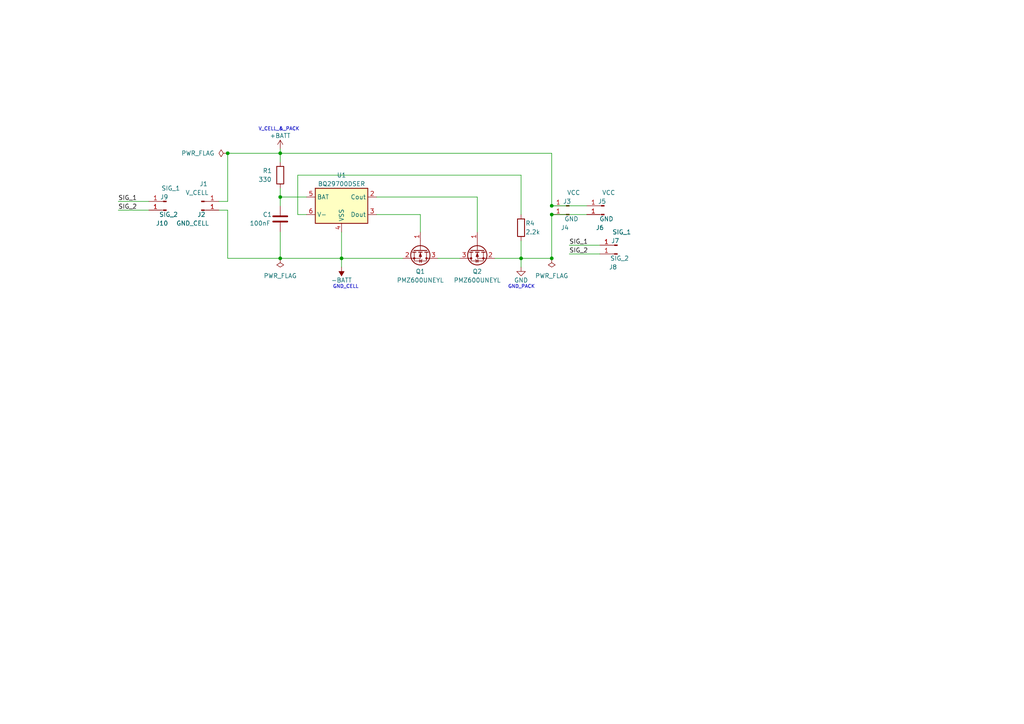
<source format=kicad_sch>
(kicad_sch (version 20230121) (generator eeschema)
  (paper "A4")
  (lib_symbols
    (symbol "Battery_Management:BQ297xy"
      (property "Reference" "U" (at -6.35 6.35 0))
      (property "Value" "BQ297xy" (at 5.08 -6.35 0))
      (symbol "BQ297xy_0_1"
        (rectangle (start -7.62 5.08) (end 7.62 -5.08) (stroke (width 0.254)) (fill (type background)))
      )
      (symbol "BQ297xy_1_1"
        (pin no_connect line (at 7.62 0 180) (length 2.54) hide (name "NC") (number "1"))
        (pin output line (at 10.16 2.54 180) (length 2.54) (name "Cout") (number "2"))
        (pin output line (at 10.16 -2.54 180) (length 2.54) (name "Dout") (number "3"))
        (pin power_in line (at 0 -7.62 90) (length 2.54) (name "VSS") (number "4"))
        (pin input line (at -10.16 2.54 0) (length 2.54) (name "BAT") (number "5"))
        (pin input line (at -10.16 -2.54 0) (length 2.54) (name "V-") (number "6"))
      )
    )
    (symbol "Connector:Conn_01x01_Pin" (pin_names (offset 1.016) hide)
      (property "Reference" "J" (at 0 2.54 0))
      (property "Value" "Conn_01x01_Pin" (at 0 -2.54 0))
      (symbol "Conn_01x01_Pin_1_1"
        (polyline (pts (xy 1.27 0) (xy 0.8636 0)) (stroke (width 0.1524)))
        (rectangle (start 0.8636 0.127) (end 0 -0.127) (stroke (width 0.1524)) (fill (type outline)))
        (pin passive line (at 5.08 0 180) (length 3.81) (name "Pin_1") (number "1"))
      )
    )
    (symbol "Device:C" (pin_numbers hide) (pin_names (offset 0.254))
      (property "Reference" "C" (at 0.635 2.54 0))
      (property "Value" "C" (at 0.635 -2.54 0))
      (symbol "C_0_1"
        (polyline (pts (xy -2.032 -0.762) (xy 2.032 -0.762)) (stroke (width 0.508)))
        (polyline (pts (xy -2.032 0.762) (xy 2.032 0.762)) (stroke (width 0.508)))
      )
      (symbol "C_1_1"
        (pin passive line (at 0 3.81 270) (length 2.794) (name "~") (number "1"))
        (pin passive line (at 0 -3.81 90) (length 2.794) (name "~") (number "2"))
      )
    )
    (symbol "Device:Q_NMOS_GSD" (pin_names (offset 0) hide)
      (property "Reference" "Q" (at 5.08 1.27 0))
      (property "Value" "Q_NMOS_GSD" (at 5.08 -1.27 0))
      (symbol "Q_NMOS_GSD_0_1"
        (polyline (pts (xy 0.254 0) (xy -2.54 0)))
        (polyline (pts (xy 0.254 1.905) (xy 0.254 -1.905)) (stroke (width 0.254)))
        (polyline (pts (xy 0.762 -1.27) (xy 0.762 -2.286)) (stroke (width 0.254)))
        (polyline (pts (xy 0.762 0.508) (xy 0.762 -0.508)) (stroke (width 0.254)))
        (polyline (pts (xy 0.762 2.286) (xy 0.762 1.27)) (stroke (width 0.254)))
        (polyline (pts (xy 2.54 2.54) (xy 2.54 1.778)))
        (polyline (pts (xy 2.54 -2.54) (xy 2.54 0) (xy 0.762 0)))
        (polyline (pts (xy 0.762 -1.778) (xy 3.302 -1.778) (xy 3.302 1.778) (xy 0.762 1.778)))
        (polyline (pts (xy 1.016 0) (xy 2.032 0.381) (xy 2.032 -0.381) (xy 1.016 0)) (fill (type outline)))
        (polyline (pts (xy 2.794 0.508) (xy 2.921 0.381) (xy 3.683 0.381) (xy 3.81 0.254)))
        (polyline (pts (xy 3.302 0.381) (xy 2.921 -0.254) (xy 3.683 -0.254) (xy 3.302 0.381)))
        (circle (center 1.651 0) (radius 2.794) (stroke (width 0.254)))
        (circle (center 2.54 -1.778) (radius 0.254) (fill (type outline)))
        (circle (center 2.54 1.778) (radius 0.254) (fill (type outline)))
      )
      (symbol "Q_NMOS_GSD_1_1"
        (pin input line (at -5.08 0 0) (length 2.54) (name "G") (number "1"))
        (pin passive line (at 2.54 -5.08 90) (length 2.54) (name "S") (number "2"))
        (pin passive line (at 2.54 5.08 270) (length 2.54) (name "D") (number "3"))
      )
    )
    (symbol "Device:R" (pin_numbers hide) (pin_names (offset 0))
      (property "Reference" "R" (at 2.032 0 90))
      (property "Value" "R" (at 0 0 90))
      (symbol "R_0_1"
        (rectangle (start -1.016 -2.54) (end 1.016 2.54) (stroke (width 0.254)))
      )
      (symbol "R_1_1"
        (pin passive line (at 0 3.81 270) (length 1.27) (name "~") (number "1"))
        (pin passive line (at 0 -3.81 90) (length 1.27) (name "~") (number "2"))
      )
    )
    (symbol "power:+BATT" (power) (pin_names (offset 0))
      (property "Value" "+BATT" (at 0 3.556 0))
      (symbol "+BATT_0_1"
        (polyline (pts (xy -0.762 1.27) (xy 0 2.54)))
        (polyline (pts (xy 0 0) (xy 0 2.54)))
        (polyline (pts (xy 0 2.54) (xy 0.762 1.27)))
      )
      (symbol "+BATT_1_1"
        (pin power_in line (at 0 0 90) (length 0) hide (name "+BATT") (number "1"))
      )
    )
    (symbol "power:-BATT" (power) (pin_names (offset 0))
      (property "Value" "-BATT" (at 0 3.556 0))
      (symbol "-BATT_0_1"
        (polyline (pts (xy 0 0) (xy 0 2.54)))
        (polyline (pts (xy 0.762 1.27) (xy -0.762 1.27) (xy 0 2.54) (xy 0.762 1.27)) (fill (type outline)))
      )
      (symbol "-BATT_1_1"
        (pin power_in line (at 0 0 90) (length 0) hide (name "-BATT") (number "1"))
      )
    )
    (symbol "power:GND" (power) (pin_names (offset 0))
      (property "Value" "GND" (at 0 -3.81 0))
      (symbol "GND_0_1"
        (polyline (pts (xy 0 0) (xy 0 -1.27) (xy 1.27 -1.27) (xy 0 -2.54) (xy -1.27 -1.27) (xy 0 -1.27)))
      )
      (symbol "GND_1_1"
        (pin power_in line (at 0 0 270) (length 0) hide (name "GND") (number "1"))
      )
    )
    (symbol "power:PWR_FLAG" (power) (pin_numbers hide) (pin_names (offset 0) hide)
      (property "Value" "PWR_FLAG" (at 0 3.81 0))
      (symbol "PWR_FLAG_0_0"
        (pin power_out line (at 0 0 90) (length 0) (name "pwr") (number "1"))
      )
      (symbol "PWR_FLAG_0_1"
        (polyline (pts (xy 0 0) (xy 0 1.27) (xy -1.016 1.905) (xy 0 2.54) (xy 1.016 1.905) (xy 0 1.27)))
      )
    )
  )
  (junction (at 66.04 44.45))
  (junction (at 160.02 59.69))
  (junction (at 81.28 44.45))
  (junction (at 81.28 57.15))
  (junction (at 81.28 74.93))
  (junction (at 160.02 74.93))
  (junction (at 99.06 74.93))
  (junction (at 151.13 74.93))
  (junction (at 160.02 62.23))
  (wire (pts (xy 34.29 58.42) (xy 43.18 58.42)))
  (wire (pts (xy 160.02 44.45) (xy 160.02 59.69)))
  (wire (pts (xy 81.28 57.15) (xy 88.9 57.15)))
  (wire (pts (xy 81.28 44.45) (xy 160.02 44.45)))
  (wire (pts (xy 63.5 60.96) (xy 66.04 60.96)))
  (wire (pts (xy 127 74.93) (xy 133.35 74.93)))
  (wire (pts (xy 109.22 57.15) (xy 138.43 57.15)))
  (wire (pts (xy 99.06 74.93) (xy 116.84 74.93)))
  (wire (pts (xy 160.02 62.23) (xy 170.18 62.23)))
  (wire (pts (xy 165.1 71.12) (xy 173.99 71.12)))
  (wire (pts (xy 86.36 62.23) (xy 86.36 50.8)))
  (wire (pts (xy 66.04 58.42) (xy 66.04 44.45)))
  (wire (pts (xy 81.28 54.61) (xy 81.28 57.15)))
  (wire (pts (xy 63.5 58.42) (xy 66.04 58.42)))
  (wire (pts (xy 151.13 74.93) (xy 151.13 77.47)))
  (wire (pts (xy 151.13 74.93) (xy 151.13 69.85)))
  (wire (pts (xy 151.13 50.8) (xy 151.13 62.23)))
  (wire (pts (xy 160.02 59.69) (xy 170.18 59.69)))
  (wire (pts (xy 138.43 57.15) (xy 138.43 67.31)))
  (wire (pts (xy 81.28 59.69) (xy 81.28 57.15)))
  (wire (pts (xy 81.28 43.18) (xy 81.28 44.45)))
  (wire (pts (xy 88.9 62.23) (xy 86.36 62.23)))
  (wire (pts (xy 34.29 60.96) (xy 43.18 60.96)))
  (wire (pts (xy 66.04 44.45) (xy 81.28 44.45)))
  (wire (pts (xy 151.13 74.93) (xy 160.02 74.93)))
  (wire (pts (xy 81.28 44.45) (xy 81.28 46.99)))
  (wire (pts (xy 66.04 60.96) (xy 66.04 74.93)))
  (wire (pts (xy 109.22 62.23) (xy 121.92 62.23)))
  (wire (pts (xy 81.28 74.93) (xy 99.06 74.93)))
  (wire (pts (xy 99.06 67.31) (xy 99.06 74.93)))
  (wire (pts (xy 160.02 74.93) (xy 160.02 62.23)))
  (wire (pts (xy 143.51 74.93) (xy 151.13 74.93)))
  (wire (pts (xy 86.36 50.8) (xy 151.13 50.8)))
  (wire (pts (xy 99.06 74.93) (xy 99.06 77.47)))
  (wire (pts (xy 81.28 67.31) (xy 81.28 74.93)))
  (wire (pts (xy 121.92 62.23) (xy 121.92 67.31)))
  (wire (pts (xy 165.1 73.66) (xy 173.99 73.66)))
  (wire (pts (xy 66.04 74.93) (xy 81.28 74.93)))
  (text "GND_CELL" (at 96.52 83.82 0) (effects (font (size 1 1)) (justify left bottom)))
  (text "V_CELL_&_PACK" (at 74.93 38.1 0) (effects (font (size 1 1)) (justify left bottom)))
  (text "GND_PACK" (at 147.32 83.82 0) (effects (font (size 1 1)) (justify left bottom)))
  (label "SIG_1" (at 34.29 58.42 0))
  (label "SIG_2" (at 165.1 73.66 0))
  (label "SIG_1" (at 165.1 71.12 0))
  (label "SIG_2" (at 34.29 60.96 0))
  (symbol (lib_id "Connector:Conn_01x01_Pin") (at 179.07 73.66 180) (unit 1)
    (property "Reference" "J8" (at 177.8 77.47 0))
    (property "Value" "SIG_2" (at 179.705 74.93 0))
    (property "Footprint" "TestPoint:TestPoint_Pad_D1.0mm" (effects hide))
  )
  (symbol (lib_id "Connector:Conn_01x01_Pin") (at 58.42 58.42 0) (unit 1)
    (property "Reference" "J1" (at 59.055 53.34 0))
    (property "Value" "V_CELL" (at 57.15 55.88 0))
    (property "Footprint" "TestPoint:TestPoint_Pad_D1.0mm" (effects hide))
  )
  (symbol (lib_id "Device:Q_NMOS_GSD") (at 121.92 72.39 270) (unit 1)
    (property "Reference" "Q1" (at 121.92 78.74 90))
    (property "Value" "PMZ600UNEYL" (at 121.92 81.28 90))
    (property "Footprint" "Package_TO_SOT_SMD:SOT-883" (effects hide))
    (property "Datasheet" "https://assets.nexperia.com/documents/data-sheet/PMZ600UNE.pdf" (effects hide))
  )
  (symbol (lib_id "Battery_Management:BQ297xy") (at 99.06 59.69 0) (unit 1)
    (property "Reference" "U1" (at 99.06 50.8 0))
    (property "Value" "BQ29700DSER" (at 99.06 53.34 0))
    (property "Footprint" "Package_SON:WSON-6_1.5x1.5mm_P0.5mm" (effects hide))
    (property "Datasheet" "http://www.ti.com/lit/ds/symlink/bq2970.pdf" (effects hide))
  )
  (symbol (lib_id "Connector:Conn_01x01_Pin") (at 175.26 62.23 180) (unit 1)
    (property "Reference" "J6" (at 173.99 66.04 0))
    (property "Value" "GND" (at 175.895 63.5 0))
    (property "Footprint" "TestPoint:TestPoint_Pad_D1.0mm" (effects hide))
  )
  (symbol (lib_id "Connector:Conn_01x01_Pin") (at 175.26 59.69 180) (unit 1)
    (property "Reference" "J5" (at 174.625 58.42 0))
    (property "Value" "VCC" (at 176.53 55.88 0))
    (property "Footprint" "TestPoint:TestPoint_Pad_D1.0mm" (effects hide))
  )
  (symbol (lib_id "Connector:Conn_01x01_Pin") (at 48.26 60.96 180) (unit 1)
    (property "Reference" "J10" (at 46.99 64.77 0))
    (property "Value" "SIG_2" (at 48.895 62.23 0))
    (property "Footprint" "TestPoint:TestPoint_Pad_D1.0mm" (effects hide))
  )
  (symbol (lib_id "Connector:Conn_01x01_Pin") (at 48.26 58.42 180) (unit 1)
    (property "Reference" "J9" (at 47.625 57.15 0))
    (property "Value" "SIG_1" (at 49.53 54.61 0))
    (property "Footprint" "TestPoint:TestPoint_Pad_D1.0mm" (effects hide))
  )
  (symbol (lib_id "power:+BATT") (at 81.28 43.18 0) (unit 1)
    (property "Reference" "#PWR01" (effects hide))
    (property "Value" "+BATT" (at 81.28 39.37 0))
  )
  (symbol (lib_id "Connector:Conn_01x01_Pin") (at 179.07 71.12 180) (unit 1)
    (property "Reference" "J7" (at 178.435 69.85 0))
    (property "Value" "SIG_1" (at 180.34 67.31 0))
    (property "Footprint" "TestPoint:TestPoint_Pad_D1.0mm" (effects hide))
  )
  (symbol (lib_id "power:GND") (at 151.13 77.47 0) (unit 1)
    (property "Reference" "#PWR05" (effects hide))
    (property "Value" "GND" (at 151.13 81.28 0))
  )
  (symbol (lib_id "Device:C") (at 81.28 63.5 0) (unit 1)
    (property "Reference" "C1" (at 76.2 62.23 0) (effects (justify left)))
    (property "Value" "100nF" (at 72.39 64.77 0) (effects (justify left)))
    (property "Footprint" "Capacitor_SMD:C_0201_0603Metric" (effects hide))
  )
  (symbol (lib_id "power:-BATT") (at 99.06 77.47 180) (unit 1)
    (property "Reference" "#PWR04" (effects hide))
    (property "Value" "-BATT" (at 99.06 81.28 0))
  )
  (symbol (lib_id "Device:R") (at 81.28 50.8 0) (unit 1)
    (property "Reference" "R1" (at 76.2 49.53 0) (effects (justify left)))
    (property "Value" "330" (at 74.93 52.07 0) (effects (justify left)))
    (property "Footprint" "Resistor_SMD:R_0201_0603Metric" (effects hide))
    (property "Tolerance" "1%" (effects hide))
  )
  (symbol (lib_id "power:PWR_FLAG") (at 160.02 74.93 180) (unit 1)
    (property "Reference" "#FLG02" (effects hide))
    (property "Value" "PWR_FLAG" (at 160.02 80.01 0))
  )
  (symbol (lib_id "Device:Q_NMOS_GSD") (at 138.43 72.39 90) (mirror x) (unit 1)
    (property "Reference" "Q2" (at 138.43 78.74 90))
    (property "Value" "PMZ600UNEYL" (at 138.43 81.28 90))
    (property "Footprint" "Package_TO_SOT_SMD:SOT-883" (effects hide))
    (property "Datasheet" "https://assets.nexperia.com/documents/data-sheet/PMZ600UNE.pdf" (effects hide))
  )
  (symbol (lib_id "Connector:Conn_01x01_Pin") (at 58.42 60.96 0) (unit 1)
    (property "Reference" "J2" (at 58.42 62.23 0))
    (property "Value" "GND_CELL" (at 55.88 64.77 0))
    (property "Footprint" "TestPoint:TestPoint_Pad_D1.0mm" (effects hide))
  )
  (symbol (lib_id "power:PWR_FLAG") (at 66.04 44.45 90) (unit 1)
    (property "Reference" "#FLG03" (effects hide))
    (property "Value" "PWR_FLAG" (at 62.23 44.45 90) (effects (justify left)))
  )
  (symbol (lib_id "Connector:Conn_01x01_Pin") (at 165.1 62.23 180) (unit 1)
    (property "Reference" "J4" (at 163.83 66.04 0))
    (property "Value" "GND" (at 165.735 63.5 0))
    (property "Footprint" "TestPoint:TestPoint_Pad_D1.0mm" (effects hide))
  )
  (symbol (lib_id "power:PWR_FLAG") (at 81.28 74.93 180) (unit 1)
    (property "Reference" "#FLG01" (effects hide))
    (property "Value" "PWR_FLAG" (at 81.28 80.01 0))
  )
  (symbol (lib_id "Device:R") (at 151.13 66.04 0) (unit 1)
    (property "Reference" "R4" (at 152.4 64.77 0) (effects (justify left)))
    (property "Value" "2.2k" (at 152.4 67.31 0) (effects (justify left)))
    (property "Footprint" "Resistor_SMD:R_0201_0603Metric" (effects hide))
  )
  (symbol (lib_id "Connector:Conn_01x01_Pin") (at 165.1 59.69 180) (unit 1)
    (property "Reference" "J3" (at 164.465 58.42 0))
    (property "Value" "VCC" (at 166.37 55.88 0))
    (property "Footprint" "TestPoint:TestPoint_Pad_D1.0mm" (effects hide))
  )
)
</source>
